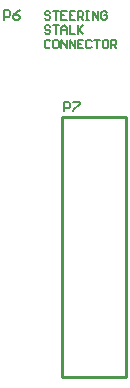
<source format=gto>
G04*
G04 #@! TF.GenerationSoftware,Altium Limited,Altium Designer,20.0.9 (164)*
G04*
G04 Layer_Color=65535*
%FSLAX25Y25*%
%MOIN*%
G70*
G01*
G75*
%ADD10C,0.01000*%
%ADD11C,0.00591*%
%ADD12C,0.00591*%
D10*
X42453Y1808D02*
X63535D01*
Y88423D01*
X42453Y1808D02*
Y30745D01*
Y88423D02*
X63535D01*
X42453Y30745D02*
Y88423D01*
D11*
X38427Y123333D02*
X37968Y123793D01*
X37050D01*
X36591Y123333D01*
Y122874D01*
X37050Y122415D01*
X37968D01*
X38427Y121956D01*
Y121497D01*
X37968Y121037D01*
X37050D01*
X36591Y121497D01*
X39346Y123793D02*
X41182D01*
X40264D01*
Y121037D01*
X43937Y123793D02*
X42101D01*
Y121037D01*
X43937D01*
X42101Y122415D02*
X43019D01*
X46692Y123793D02*
X44856D01*
Y121037D01*
X46692D01*
X44856Y122415D02*
X45774D01*
X47611Y121037D02*
Y123793D01*
X48988D01*
X49447Y123333D01*
Y122415D01*
X48988Y121956D01*
X47611D01*
X48529D02*
X49447Y121037D01*
X50366Y123793D02*
X51284D01*
X50825D01*
Y121037D01*
X50366D01*
X51284D01*
X52662D02*
Y123793D01*
X54498Y121037D01*
Y123793D01*
X57253Y123333D02*
X56794Y123793D01*
X55876D01*
X55417Y123333D01*
Y121497D01*
X55876Y121037D01*
X56794D01*
X57253Y121497D01*
Y122415D01*
X56335D01*
X38427Y118610D02*
X37968Y119069D01*
X37050D01*
X36591Y118610D01*
Y118151D01*
X37050Y117692D01*
X37968D01*
X38427Y117232D01*
Y116773D01*
X37968Y116314D01*
X37050D01*
X36591Y116773D01*
X39346Y119069D02*
X41182D01*
X40264D01*
Y116314D01*
X42101D02*
Y118151D01*
X43019Y119069D01*
X43937Y118151D01*
Y116314D01*
Y117692D01*
X42101D01*
X44856Y119069D02*
Y116314D01*
X46692D01*
X47611Y119069D02*
Y116314D01*
Y117232D01*
X49447Y119069D01*
X48070Y117692D01*
X49447Y116314D01*
X38427Y113886D02*
X37968Y114346D01*
X37050D01*
X36591Y113886D01*
Y112050D01*
X37050Y111591D01*
X37968D01*
X38427Y112050D01*
X40723Y114346D02*
X39805D01*
X39346Y113886D01*
Y112050D01*
X39805Y111591D01*
X40723D01*
X41182Y112050D01*
Y113886D01*
X40723Y114346D01*
X42101Y111591D02*
Y114346D01*
X43937Y111591D01*
Y114346D01*
X44856Y111591D02*
Y114346D01*
X46692Y111591D01*
Y114346D01*
X49447D02*
X47611D01*
Y111591D01*
X49447D01*
X47611Y112968D02*
X48529D01*
X52202Y113886D02*
X51743Y114346D01*
X50825D01*
X50366Y113886D01*
Y112050D01*
X50825Y111591D01*
X51743D01*
X52202Y112050D01*
X53121Y114346D02*
X54957D01*
X54039D01*
Y111591D01*
X57253Y114346D02*
X56335D01*
X55876Y113886D01*
Y112050D01*
X56335Y111591D01*
X57253D01*
X57712Y112050D01*
Y113886D01*
X57253Y114346D01*
X58631Y111591D02*
Y114346D01*
X60008D01*
X60467Y113886D01*
Y112968D01*
X60008Y112509D01*
X58631D01*
X59549D02*
X60467Y111591D01*
D12*
X43000Y90395D02*
Y93543D01*
X44574D01*
X45099Y93019D01*
Y91969D01*
X44574Y91444D01*
X43000D01*
X46149Y93543D02*
X48248D01*
Y93019D01*
X46149Y90920D01*
Y90395D01*
X23000Y121000D02*
Y124149D01*
X24574D01*
X25099Y123624D01*
Y122574D01*
X24574Y122049D01*
X23000D01*
X28248Y124149D02*
X27198Y123624D01*
X26149Y122574D01*
Y121525D01*
X26673Y121000D01*
X27723D01*
X28248Y121525D01*
Y122049D01*
X27723Y122574D01*
X26149D01*
M02*

</source>
